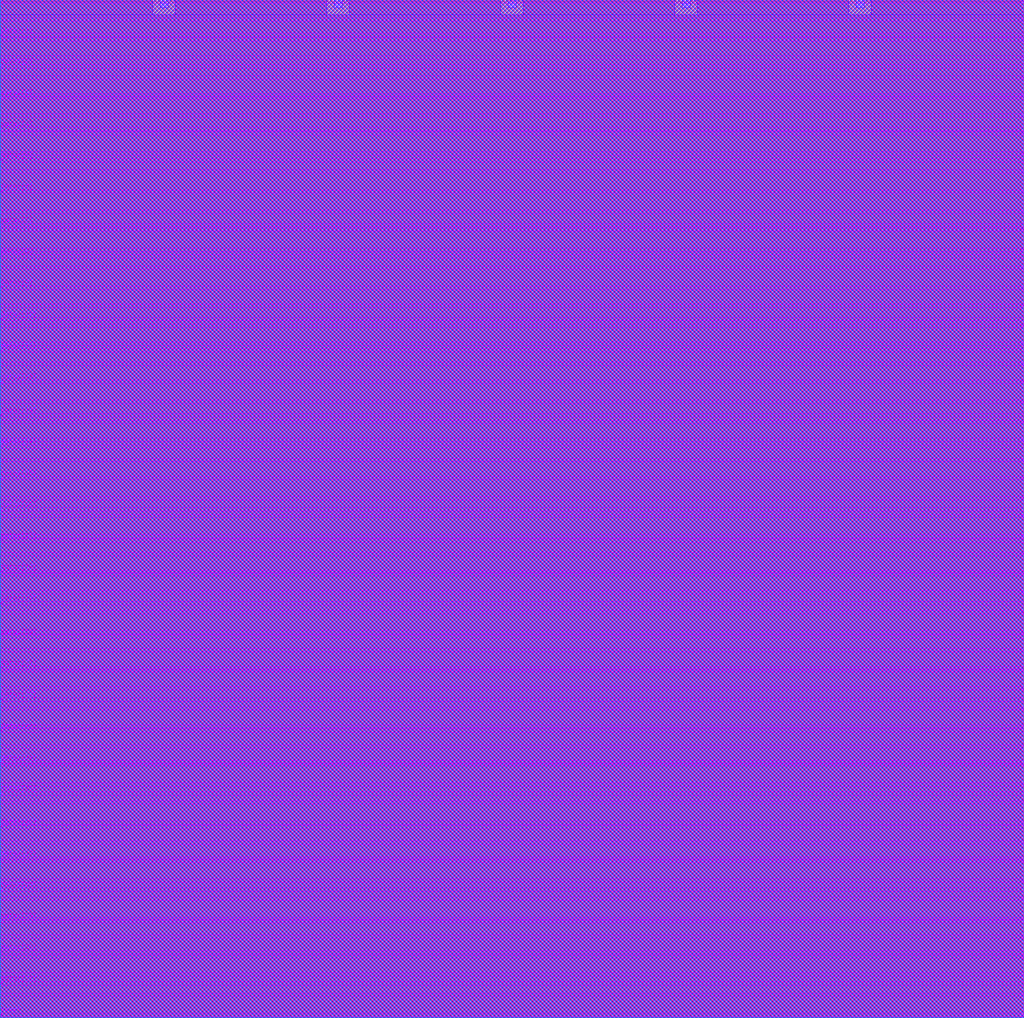
<source format=lef>
###############################################################
#  Generated by:      Cadence Innovus 21.13-s100_1
#  OS:                Linux x86_64(Host ID acf3030)
#  Generated on:      Thu Oct 27 19:12:06 2022
#  Design:            b14
#  Command:           write_lef_abstract ./pnr_out/b14.pnr.lef
###############################################################

VERSION 5.8 ;

BUSBITCHARS "[]" ;
DIVIDERCHAR "/" ;

MACRO b14
  CLASS BLOCK ;
  SIZE 128.060000 BY 127.400000 ;
  FOREIGN b14 0.000000 0.000000 ;
  ORIGIN 0 0 ;
  SYMMETRY X Y R90 ;
  PIN clock
    DIRECTION INPUT ;
    USE CLOCK ;
    PORT
      LAYER metal5 ;
        RECT 63.865000 127.260000 64.005000 127.400000 ;
    END
  END clock
  PIN reset
    DIRECTION INPUT ;
    USE SIGNAL ;
    PORT
      LAYER metal6 ;
        RECT 0.000000 0.280000 0.140000 0.420000 ;
    END
  END reset
  PIN addr[19]
    DIRECTION OUTPUT ;
    USE SIGNAL ;
    PORT
      LAYER metal6 ;
        RECT 127.920000 127.120000 128.060000 127.260000 ;
    END
  END addr[19]
  PIN addr[18]
    DIRECTION OUTPUT ;
    USE SIGNAL ;
    PORT
      LAYER metal6 ;
        RECT 127.920000 124.880000 128.060000 125.020000 ;
    END
  END addr[18]
  PIN addr[17]
    DIRECTION OUTPUT ;
    USE SIGNAL ;
    PORT
      LAYER metal6 ;
        RECT 127.920000 122.360000 128.060000 122.500000 ;
    END
  END addr[17]
  PIN addr[16]
    DIRECTION OUTPUT ;
    USE SIGNAL ;
    PORT
      LAYER metal6 ;
        RECT 127.920000 120.120000 128.060000 120.260000 ;
    END
  END addr[16]
  PIN addr[15]
    DIRECTION OUTPUT ;
    USE SIGNAL ;
    PORT
      LAYER metal6 ;
        RECT 127.920000 117.600000 128.060000 117.740000 ;
    END
  END addr[15]
  PIN addr[14]
    DIRECTION OUTPUT ;
    USE SIGNAL ;
    PORT
      LAYER metal6 ;
        RECT 127.920000 115.360000 128.060000 115.500000 ;
    END
  END addr[14]
  PIN addr[13]
    DIRECTION OUTPUT ;
    USE SIGNAL ;
    PORT
      LAYER metal6 ;
        RECT 127.920000 112.840000 128.060000 112.980000 ;
    END
  END addr[13]
  PIN addr[12]
    DIRECTION OUTPUT ;
    USE SIGNAL ;
    PORT
      LAYER metal6 ;
        RECT 127.920000 110.600000 128.060000 110.740000 ;
    END
  END addr[12]
  PIN addr[11]
    DIRECTION OUTPUT ;
    USE SIGNAL ;
    PORT
      LAYER metal6 ;
        RECT 127.920000 108.080000 128.060000 108.220000 ;
    END
  END addr[11]
  PIN addr[10]
    DIRECTION OUTPUT ;
    USE SIGNAL ;
    PORT
      LAYER metal6 ;
        RECT 127.920000 105.840000 128.060000 105.980000 ;
    END
  END addr[10]
  PIN addr[9]
    DIRECTION OUTPUT ;
    USE SIGNAL ;
    PORT
      LAYER metal6 ;
        RECT 127.920000 103.320000 128.060000 103.460000 ;
    END
  END addr[9]
  PIN addr[8]
    DIRECTION OUTPUT ;
    USE SIGNAL ;
    PORT
      LAYER metal6 ;
        RECT 127.920000 100.800000 128.060000 100.940000 ;
    END
  END addr[8]
  PIN addr[7]
    DIRECTION OUTPUT ;
    USE SIGNAL ;
    PORT
      LAYER metal6 ;
        RECT 127.920000 98.560000 128.060000 98.700000 ;
    END
  END addr[7]
  PIN addr[6]
    DIRECTION OUTPUT ;
    USE SIGNAL ;
    PORT
      LAYER metal6 ;
        RECT 127.920000 96.040000 128.060000 96.180000 ;
    END
  END addr[6]
  PIN addr[5]
    DIRECTION OUTPUT ;
    USE SIGNAL ;
    PORT
      LAYER metal6 ;
        RECT 127.920000 93.800000 128.060000 93.940000 ;
    END
  END addr[5]
  PIN addr[4]
    DIRECTION OUTPUT ;
    USE SIGNAL ;
    PORT
      LAYER metal6 ;
        RECT 127.920000 91.280000 128.060000 91.420000 ;
    END
  END addr[4]
  PIN addr[3]
    DIRECTION OUTPUT ;
    USE SIGNAL ;
    PORT
      LAYER metal6 ;
        RECT 127.920000 89.040000 128.060000 89.180000 ;
    END
  END addr[3]
  PIN addr[2]
    DIRECTION OUTPUT ;
    USE SIGNAL ;
    PORT
      LAYER metal6 ;
        RECT 127.920000 86.520000 128.060000 86.660000 ;
    END
  END addr[2]
  PIN addr[1]
    DIRECTION OUTPUT ;
    USE SIGNAL ;
    PORT
      LAYER metal6 ;
        RECT 127.920000 84.280000 128.060000 84.420000 ;
    END
  END addr[1]
  PIN addr[0]
    DIRECTION OUTPUT ;
    USE SIGNAL ;
    PORT
      LAYER metal6 ;
        RECT 127.920000 81.760000 128.060000 81.900000 ;
    END
  END addr[0]
  PIN datai[31]
    DIRECTION INPUT ;
    USE SIGNAL ;
    PORT
      LAYER metal6 ;
        RECT 0.000000 4.200000 0.140000 4.340000 ;
    END
  END datai[31]
  PIN datai[30]
    DIRECTION INPUT ;
    USE SIGNAL ;
    PORT
      LAYER metal6 ;
        RECT 0.000000 8.120000 0.140000 8.260000 ;
    END
  END datai[30]
  PIN datai[29]
    DIRECTION INPUT ;
    USE SIGNAL ;
    PORT
      LAYER metal6 ;
        RECT 0.000000 12.040000 0.140000 12.180000 ;
    END
  END datai[29]
  PIN datai[28]
    DIRECTION INPUT ;
    USE SIGNAL ;
    PORT
      LAYER metal6 ;
        RECT 0.000000 15.960000 0.140000 16.100000 ;
    END
  END datai[28]
  PIN datai[27]
    DIRECTION INPUT ;
    USE SIGNAL ;
    PORT
      LAYER metal6 ;
        RECT 0.000000 19.880000 0.140000 20.020000 ;
    END
  END datai[27]
  PIN datai[26]
    DIRECTION INPUT ;
    USE SIGNAL ;
    PORT
      LAYER metal6 ;
        RECT 0.000000 23.800000 0.140000 23.940000 ;
    END
  END datai[26]
  PIN datai[25]
    DIRECTION INPUT ;
    USE SIGNAL ;
    PORT
      LAYER metal6 ;
        RECT 0.000000 28.000000 0.140000 28.140000 ;
    END
  END datai[25]
  PIN datai[24]
    DIRECTION INPUT ;
    USE SIGNAL ;
    PORT
      LAYER metal6 ;
        RECT 0.000000 31.920000 0.140000 32.060000 ;
    END
  END datai[24]
  PIN datai[23]
    DIRECTION INPUT ;
    USE SIGNAL ;
    PORT
      LAYER metal6 ;
        RECT 0.000000 35.840000 0.140000 35.980000 ;
    END
  END datai[23]
  PIN datai[22]
    DIRECTION INPUT ;
    USE SIGNAL ;
    PORT
      LAYER metal6 ;
        RECT 0.000000 39.760000 0.140000 39.900000 ;
    END
  END datai[22]
  PIN datai[21]
    DIRECTION INPUT ;
    USE SIGNAL ;
    PORT
      LAYER metal6 ;
        RECT 0.000000 43.680000 0.140000 43.820000 ;
    END
  END datai[21]
  PIN datai[20]
    DIRECTION INPUT ;
    USE SIGNAL ;
    PORT
      LAYER metal6 ;
        RECT 0.000000 47.600000 0.140000 47.740000 ;
    END
  END datai[20]
  PIN datai[19]
    DIRECTION INPUT ;
    USE SIGNAL ;
    PORT
      LAYER metal6 ;
        RECT 0.000000 51.800000 0.140000 51.940000 ;
    END
  END datai[19]
  PIN datai[18]
    DIRECTION INPUT ;
    USE SIGNAL ;
    PORT
      LAYER metal6 ;
        RECT 0.000000 55.720000 0.140000 55.860000 ;
    END
  END datai[18]
  PIN datai[17]
    DIRECTION INPUT ;
    USE SIGNAL ;
    PORT
      LAYER metal6 ;
        RECT 0.000000 59.640000 0.140000 59.780000 ;
    END
  END datai[17]
  PIN datai[16]
    DIRECTION INPUT ;
    USE SIGNAL ;
    PORT
      LAYER metal6 ;
        RECT 0.000000 63.560000 0.140000 63.700000 ;
    END
  END datai[16]
  PIN datai[15]
    DIRECTION INPUT ;
    USE SIGNAL ;
    PORT
      LAYER metal6 ;
        RECT 0.000000 67.480000 0.140000 67.620000 ;
    END
  END datai[15]
  PIN datai[14]
    DIRECTION INPUT ;
    USE SIGNAL ;
    PORT
      LAYER metal6 ;
        RECT 0.000000 71.400000 0.140000 71.540000 ;
    END
  END datai[14]
  PIN datai[13]
    DIRECTION INPUT ;
    USE SIGNAL ;
    PORT
      LAYER metal6 ;
        RECT 0.000000 75.320000 0.140000 75.460000 ;
    END
  END datai[13]
  PIN datai[12]
    DIRECTION INPUT ;
    USE SIGNAL ;
    PORT
      LAYER metal6 ;
        RECT 0.000000 79.520000 0.140000 79.660000 ;
    END
  END datai[12]
  PIN datai[11]
    DIRECTION INPUT ;
    USE SIGNAL ;
    PORT
      LAYER metal6 ;
        RECT 0.000000 83.440000 0.140000 83.580000 ;
    END
  END datai[11]
  PIN datai[10]
    DIRECTION INPUT ;
    USE SIGNAL ;
    PORT
      LAYER metal6 ;
        RECT 0.000000 87.360000 0.140000 87.500000 ;
    END
  END datai[10]
  PIN datai[9]
    DIRECTION INPUT ;
    USE SIGNAL ;
    PORT
      LAYER metal6 ;
        RECT 0.000000 91.280000 0.140000 91.420000 ;
    END
  END datai[9]
  PIN datai[8]
    DIRECTION INPUT ;
    USE SIGNAL ;
    PORT
      LAYER metal6 ;
        RECT 0.000000 95.200000 0.140000 95.340000 ;
    END
  END datai[8]
  PIN datai[7]
    DIRECTION INPUT ;
    USE SIGNAL ;
    PORT
      LAYER metal6 ;
        RECT 0.000000 99.120000 0.140000 99.260000 ;
    END
  END datai[7]
  PIN datai[6]
    DIRECTION INPUT ;
    USE SIGNAL ;
    PORT
      LAYER metal6 ;
        RECT 0.000000 103.320000 0.140000 103.460000 ;
    END
  END datai[6]
  PIN datai[5]
    DIRECTION INPUT ;
    USE SIGNAL ;
    PORT
      LAYER metal6 ;
        RECT 0.000000 107.240000 0.140000 107.380000 ;
    END
  END datai[5]
  PIN datai[4]
    DIRECTION INPUT ;
    USE SIGNAL ;
    PORT
      LAYER metal6 ;
        RECT 0.000000 111.160000 0.140000 111.300000 ;
    END
  END datai[4]
  PIN datai[3]
    DIRECTION INPUT ;
    USE SIGNAL ;
    PORT
      LAYER metal6 ;
        RECT 0.000000 115.080000 0.140000 115.220000 ;
    END
  END datai[3]
  PIN datai[2]
    DIRECTION INPUT ;
    USE SIGNAL ;
    PORT
      LAYER metal6 ;
        RECT 0.000000 119.000000 0.140000 119.140000 ;
    END
  END datai[2]
  PIN datai[1]
    DIRECTION INPUT ;
    USE SIGNAL ;
    PORT
      LAYER metal6 ;
        RECT 0.000000 122.920000 0.140000 123.060000 ;
    END
  END datai[1]
  PIN datai[0]
    DIRECTION INPUT ;
    USE SIGNAL ;
    PORT
      LAYER metal6 ;
        RECT 0.000000 127.120000 0.140000 127.260000 ;
    END
  END datai[0]
  PIN datao[31]
    DIRECTION OUTPUT ;
    USE SIGNAL ;
    PORT
      LAYER metal6 ;
        RECT 127.920000 79.520000 128.060000 79.660000 ;
    END
  END datao[31]
  PIN datao[30]
    DIRECTION OUTPUT ;
    USE SIGNAL ;
    PORT
      LAYER metal6 ;
        RECT 127.920000 77.000000 128.060000 77.140000 ;
    END
  END datao[30]
  PIN datao[29]
    DIRECTION OUTPUT ;
    USE SIGNAL ;
    PORT
      LAYER metal6 ;
        RECT 127.920000 74.480000 128.060000 74.620000 ;
    END
  END datao[29]
  PIN datao[28]
    DIRECTION OUTPUT ;
    USE SIGNAL ;
    PORT
      LAYER metal6 ;
        RECT 127.920000 72.240000 128.060000 72.380000 ;
    END
  END datao[28]
  PIN datao[27]
    DIRECTION OUTPUT ;
    USE SIGNAL ;
    PORT
      LAYER metal6 ;
        RECT 127.920000 69.720000 128.060000 69.860000 ;
    END
  END datao[27]
  PIN datao[26]
    DIRECTION OUTPUT ;
    USE SIGNAL ;
    PORT
      LAYER metal6 ;
        RECT 127.920000 67.480000 128.060000 67.620000 ;
    END
  END datao[26]
  PIN datao[25]
    DIRECTION OUTPUT ;
    USE SIGNAL ;
    PORT
      LAYER metal6 ;
        RECT 127.920000 64.960000 128.060000 65.100000 ;
    END
  END datao[25]
  PIN datao[24]
    DIRECTION OUTPUT ;
    USE SIGNAL ;
    PORT
      LAYER metal6 ;
        RECT 127.920000 62.720000 128.060000 62.860000 ;
    END
  END datao[24]
  PIN datao[23]
    DIRECTION OUTPUT ;
    USE SIGNAL ;
    PORT
      LAYER metal6 ;
        RECT 127.920000 60.200000 128.060000 60.340000 ;
    END
  END datao[23]
  PIN datao[22]
    DIRECTION OUTPUT ;
    USE SIGNAL ;
    PORT
      LAYER metal6 ;
        RECT 127.920000 57.960000 128.060000 58.100000 ;
    END
  END datao[22]
  PIN datao[21]
    DIRECTION OUTPUT ;
    USE SIGNAL ;
    PORT
      LAYER metal6 ;
        RECT 127.920000 55.440000 128.060000 55.580000 ;
    END
  END datao[21]
  PIN datao[20]
    DIRECTION OUTPUT ;
    USE SIGNAL ;
    PORT
      LAYER metal6 ;
        RECT 127.920000 53.200000 128.060000 53.340000 ;
    END
  END datao[20]
  PIN datao[19]
    DIRECTION OUTPUT ;
    USE SIGNAL ;
    PORT
      LAYER metal6 ;
        RECT 127.920000 50.680000 128.060000 50.820000 ;
    END
  END datao[19]
  PIN datao[18]
    DIRECTION OUTPUT ;
    USE SIGNAL ;
    PORT
      LAYER metal6 ;
        RECT 127.920000 48.160000 128.060000 48.300000 ;
    END
  END datao[18]
  PIN datao[17]
    DIRECTION OUTPUT ;
    USE SIGNAL ;
    PORT
      LAYER metal6 ;
        RECT 127.920000 45.920000 128.060000 46.060000 ;
    END
  END datao[17]
  PIN datao[16]
    DIRECTION OUTPUT ;
    USE SIGNAL ;
    PORT
      LAYER metal6 ;
        RECT 127.920000 43.400000 128.060000 43.540000 ;
    END
  END datao[16]
  PIN datao[15]
    DIRECTION OUTPUT ;
    USE SIGNAL ;
    PORT
      LAYER metal6 ;
        RECT 127.920000 41.160000 128.060000 41.300000 ;
    END
  END datao[15]
  PIN datao[14]
    DIRECTION OUTPUT ;
    USE SIGNAL ;
    PORT
      LAYER metal6 ;
        RECT 127.920000 38.640000 128.060000 38.780000 ;
    END
  END datao[14]
  PIN datao[13]
    DIRECTION OUTPUT ;
    USE SIGNAL ;
    PORT
      LAYER metal6 ;
        RECT 127.920000 36.400000 128.060000 36.540000 ;
    END
  END datao[13]
  PIN datao[12]
    DIRECTION OUTPUT ;
    USE SIGNAL ;
    PORT
      LAYER metal6 ;
        RECT 127.920000 33.880000 128.060000 34.020000 ;
    END
  END datao[12]
  PIN datao[11]
    DIRECTION OUTPUT ;
    USE SIGNAL ;
    PORT
      LAYER metal6 ;
        RECT 127.920000 31.640000 128.060000 31.780000 ;
    END
  END datao[11]
  PIN datao[10]
    DIRECTION OUTPUT ;
    USE SIGNAL ;
    PORT
      LAYER metal6 ;
        RECT 127.920000 29.120000 128.060000 29.260000 ;
    END
  END datao[10]
  PIN datao[9]
    DIRECTION OUTPUT ;
    USE SIGNAL ;
    PORT
      LAYER metal6 ;
        RECT 127.920000 26.880000 128.060000 27.020000 ;
    END
  END datao[9]
  PIN datao[8]
    DIRECTION OUTPUT ;
    USE SIGNAL ;
    PORT
      LAYER metal6 ;
        RECT 127.920000 24.360000 128.060000 24.500000 ;
    END
  END datao[8]
  PIN datao[7]
    DIRECTION OUTPUT ;
    USE SIGNAL ;
    PORT
      LAYER metal6 ;
        RECT 127.920000 21.840000 128.060000 21.980000 ;
    END
  END datao[7]
  PIN datao[6]
    DIRECTION OUTPUT ;
    USE SIGNAL ;
    PORT
      LAYER metal6 ;
        RECT 127.920000 19.600000 128.060000 19.740000 ;
    END
  END datao[6]
  PIN datao[5]
    DIRECTION OUTPUT ;
    USE SIGNAL ;
    PORT
      LAYER metal6 ;
        RECT 127.920000 17.080000 128.060000 17.220000 ;
    END
  END datao[5]
  PIN datao[4]
    DIRECTION OUTPUT ;
    USE SIGNAL ;
    PORT
      LAYER metal6 ;
        RECT 127.920000 14.840000 128.060000 14.980000 ;
    END
  END datao[4]
  PIN datao[3]
    DIRECTION OUTPUT ;
    USE SIGNAL ;
    PORT
      LAYER metal6 ;
        RECT 127.920000 12.320000 128.060000 12.460000 ;
    END
  END datao[3]
  PIN datao[2]
    DIRECTION OUTPUT ;
    USE SIGNAL ;
    PORT
      LAYER metal6 ;
        RECT 127.920000 10.080000 128.060000 10.220000 ;
    END
  END datao[2]
  PIN datao[1]
    DIRECTION OUTPUT ;
    USE SIGNAL ;
    PORT
      LAYER metal6 ;
        RECT 127.920000 7.560000 128.060000 7.700000 ;
    END
  END datao[1]
  PIN datao[0]
    DIRECTION OUTPUT ;
    USE SIGNAL ;
    PORT
      LAYER metal6 ;
        RECT 127.920000 5.320000 128.060000 5.460000 ;
    END
  END datao[0]
  PIN rd
    DIRECTION OUTPUT ;
    USE SIGNAL ;
    PORT
      LAYER metal6 ;
        RECT 127.920000 2.800000 128.060000 2.940000 ;
    END
  END rd
  PIN wr
    DIRECTION OUTPUT ;
    USE SIGNAL ;
    PORT
      LAYER metal6 ;
        RECT 127.920000 0.280000 128.060000 0.420000 ;
    END
  END wr
  PIN VDD
    DIRECTION INOUT ;
    USE POWER ;
    PORT
      LAYER metal7 ;
        RECT 20.000000 126.400000 21.000000 127.400000 ;
    END
    PORT
      LAYER metal7 ;
        RECT 41.765000 126.400000 42.765000 127.400000 ;
    END
    PORT
      LAYER metal7 ;
        RECT 63.530000 126.400000 64.530000 127.400000 ;
    END
    PORT
      LAYER metal7 ;
        RECT 85.295000 126.400000 86.295000 127.400000 ;
    END
    PORT
      LAYER metal7 ;
        RECT 107.060000 126.400000 108.060000 127.400000 ;
    END
  END VDD
  OBS
    LAYER metal1 ;
      RECT 0.000000 0.000000 128.060000 127.400000 ;
    LAYER metal2 ;
      RECT 0.000000 0.000000 128.060000 127.400000 ;
    LAYER metal3 ;
      RECT 0.000000 0.000000 128.060000 127.400000 ;
    LAYER metal4 ;
      RECT 0.000000 0.000000 128.060000 127.400000 ;
    LAYER metal5 ;
      RECT 64.145000 127.120000 128.060000 127.400000 ;
      RECT 0.000000 127.120000 63.725000 127.400000 ;
      RECT 0.000000 0.000000 128.060000 127.120000 ;
    LAYER metal6 ;
      RECT 0.280000 126.980000 127.780000 127.400000 ;
      RECT 0.000000 125.160000 128.060000 126.980000 ;
      RECT 0.000000 124.740000 127.780000 125.160000 ;
      RECT 0.000000 123.200000 128.060000 124.740000 ;
      RECT 0.280000 122.780000 128.060000 123.200000 ;
      RECT 0.000000 122.640000 128.060000 122.780000 ;
      RECT 0.000000 122.220000 127.780000 122.640000 ;
      RECT 0.000000 120.400000 128.060000 122.220000 ;
      RECT 0.000000 119.980000 127.780000 120.400000 ;
      RECT 0.000000 119.280000 128.060000 119.980000 ;
      RECT 0.280000 118.860000 128.060000 119.280000 ;
      RECT 0.000000 117.880000 128.060000 118.860000 ;
      RECT 0.000000 117.460000 127.780000 117.880000 ;
      RECT 0.000000 115.640000 128.060000 117.460000 ;
      RECT 0.000000 115.360000 127.780000 115.640000 ;
      RECT 0.280000 115.220000 127.780000 115.360000 ;
      RECT 0.280000 114.940000 128.060000 115.220000 ;
      RECT 0.000000 113.120000 128.060000 114.940000 ;
      RECT 0.000000 112.700000 127.780000 113.120000 ;
      RECT 0.000000 111.440000 128.060000 112.700000 ;
      RECT 0.280000 111.020000 128.060000 111.440000 ;
      RECT 0.000000 110.880000 128.060000 111.020000 ;
      RECT 0.000000 110.460000 127.780000 110.880000 ;
      RECT 0.000000 108.360000 128.060000 110.460000 ;
      RECT 0.000000 107.940000 127.780000 108.360000 ;
      RECT 0.000000 107.520000 128.060000 107.940000 ;
      RECT 0.280000 107.100000 128.060000 107.520000 ;
      RECT 0.000000 106.120000 128.060000 107.100000 ;
      RECT 0.000000 105.700000 127.780000 106.120000 ;
      RECT 0.000000 103.600000 128.060000 105.700000 ;
      RECT 0.280000 103.180000 127.780000 103.600000 ;
      RECT 0.000000 101.080000 128.060000 103.180000 ;
      RECT 0.000000 100.660000 127.780000 101.080000 ;
      RECT 0.000000 99.400000 128.060000 100.660000 ;
      RECT 0.280000 98.980000 128.060000 99.400000 ;
      RECT 0.000000 98.840000 128.060000 98.980000 ;
      RECT 0.000000 98.420000 127.780000 98.840000 ;
      RECT 0.000000 96.320000 128.060000 98.420000 ;
      RECT 0.000000 95.900000 127.780000 96.320000 ;
      RECT 0.000000 95.480000 128.060000 95.900000 ;
      RECT 0.280000 95.060000 128.060000 95.480000 ;
      RECT 0.000000 94.080000 128.060000 95.060000 ;
      RECT 0.000000 93.660000 127.780000 94.080000 ;
      RECT 0.000000 91.560000 128.060000 93.660000 ;
      RECT 0.280000 91.140000 127.780000 91.560000 ;
      RECT 0.000000 89.320000 128.060000 91.140000 ;
      RECT 0.000000 88.900000 127.780000 89.320000 ;
      RECT 0.000000 87.640000 128.060000 88.900000 ;
      RECT 0.280000 87.220000 128.060000 87.640000 ;
      RECT 0.000000 86.800000 128.060000 87.220000 ;
      RECT 0.000000 86.380000 127.780000 86.800000 ;
      RECT 0.000000 84.560000 128.060000 86.380000 ;
      RECT 0.000000 84.140000 127.780000 84.560000 ;
      RECT 0.000000 83.720000 128.060000 84.140000 ;
      RECT 0.280000 83.300000 128.060000 83.720000 ;
      RECT 0.000000 82.040000 128.060000 83.300000 ;
      RECT 0.000000 81.620000 127.780000 82.040000 ;
      RECT 0.000000 79.800000 128.060000 81.620000 ;
      RECT 0.280000 79.380000 127.780000 79.800000 ;
      RECT 0.000000 77.280000 128.060000 79.380000 ;
      RECT 0.000000 76.860000 127.780000 77.280000 ;
      RECT 0.000000 75.600000 128.060000 76.860000 ;
      RECT 0.280000 75.180000 128.060000 75.600000 ;
      RECT 0.000000 74.760000 128.060000 75.180000 ;
      RECT 0.000000 74.340000 127.780000 74.760000 ;
      RECT 0.000000 72.520000 128.060000 74.340000 ;
      RECT 0.000000 72.100000 127.780000 72.520000 ;
      RECT 0.000000 71.680000 128.060000 72.100000 ;
      RECT 0.280000 71.260000 128.060000 71.680000 ;
      RECT 0.000000 70.000000 128.060000 71.260000 ;
      RECT 0.000000 69.580000 127.780000 70.000000 ;
      RECT 0.000000 67.760000 128.060000 69.580000 ;
      RECT 0.280000 67.340000 127.780000 67.760000 ;
      RECT 0.000000 65.240000 128.060000 67.340000 ;
      RECT 0.000000 64.820000 127.780000 65.240000 ;
      RECT 0.000000 63.840000 128.060000 64.820000 ;
      RECT 0.280000 63.420000 128.060000 63.840000 ;
      RECT 0.000000 63.000000 128.060000 63.420000 ;
      RECT 0.000000 62.580000 127.780000 63.000000 ;
      RECT 0.000000 60.480000 128.060000 62.580000 ;
      RECT 0.000000 60.060000 127.780000 60.480000 ;
      RECT 0.000000 59.920000 128.060000 60.060000 ;
      RECT 0.280000 59.500000 128.060000 59.920000 ;
      RECT 0.000000 58.240000 128.060000 59.500000 ;
      RECT 0.000000 57.820000 127.780000 58.240000 ;
      RECT 0.000000 56.000000 128.060000 57.820000 ;
      RECT 0.280000 55.720000 128.060000 56.000000 ;
      RECT 0.280000 55.580000 127.780000 55.720000 ;
      RECT 0.000000 55.300000 127.780000 55.580000 ;
      RECT 0.000000 53.480000 128.060000 55.300000 ;
      RECT 0.000000 53.060000 127.780000 53.480000 ;
      RECT 0.000000 52.080000 128.060000 53.060000 ;
      RECT 0.280000 51.660000 128.060000 52.080000 ;
      RECT 0.000000 50.960000 128.060000 51.660000 ;
      RECT 0.000000 50.540000 127.780000 50.960000 ;
      RECT 0.000000 48.440000 128.060000 50.540000 ;
      RECT 0.000000 48.020000 127.780000 48.440000 ;
      RECT 0.000000 47.880000 128.060000 48.020000 ;
      RECT 0.280000 47.460000 128.060000 47.880000 ;
      RECT 0.000000 46.200000 128.060000 47.460000 ;
      RECT 0.000000 45.780000 127.780000 46.200000 ;
      RECT 0.000000 43.960000 128.060000 45.780000 ;
      RECT 0.280000 43.680000 128.060000 43.960000 ;
      RECT 0.280000 43.540000 127.780000 43.680000 ;
      RECT 0.000000 43.260000 127.780000 43.540000 ;
      RECT 0.000000 41.440000 128.060000 43.260000 ;
      RECT 0.000000 41.020000 127.780000 41.440000 ;
      RECT 0.000000 40.040000 128.060000 41.020000 ;
      RECT 0.280000 39.620000 128.060000 40.040000 ;
      RECT 0.000000 38.920000 128.060000 39.620000 ;
      RECT 0.000000 38.500000 127.780000 38.920000 ;
      RECT 0.000000 36.680000 128.060000 38.500000 ;
      RECT 0.000000 36.260000 127.780000 36.680000 ;
      RECT 0.000000 36.120000 128.060000 36.260000 ;
      RECT 0.280000 35.700000 128.060000 36.120000 ;
      RECT 0.000000 34.160000 128.060000 35.700000 ;
      RECT 0.000000 33.740000 127.780000 34.160000 ;
      RECT 0.000000 32.200000 128.060000 33.740000 ;
      RECT 0.280000 31.920000 128.060000 32.200000 ;
      RECT 0.280000 31.780000 127.780000 31.920000 ;
      RECT 0.000000 31.500000 127.780000 31.780000 ;
      RECT 0.000000 29.400000 128.060000 31.500000 ;
      RECT 0.000000 28.980000 127.780000 29.400000 ;
      RECT 0.000000 28.280000 128.060000 28.980000 ;
      RECT 0.280000 27.860000 128.060000 28.280000 ;
      RECT 0.000000 27.160000 128.060000 27.860000 ;
      RECT 0.000000 26.740000 127.780000 27.160000 ;
      RECT 0.000000 24.640000 128.060000 26.740000 ;
      RECT 0.000000 24.220000 127.780000 24.640000 ;
      RECT 0.000000 24.080000 128.060000 24.220000 ;
      RECT 0.280000 23.660000 128.060000 24.080000 ;
      RECT 0.000000 22.120000 128.060000 23.660000 ;
      RECT 0.000000 21.700000 127.780000 22.120000 ;
      RECT 0.000000 20.160000 128.060000 21.700000 ;
      RECT 0.280000 19.880000 128.060000 20.160000 ;
      RECT 0.280000 19.740000 127.780000 19.880000 ;
      RECT 0.000000 19.460000 127.780000 19.740000 ;
      RECT 0.000000 17.360000 128.060000 19.460000 ;
      RECT 0.000000 16.940000 127.780000 17.360000 ;
      RECT 0.000000 16.240000 128.060000 16.940000 ;
      RECT 0.280000 15.820000 128.060000 16.240000 ;
      RECT 0.000000 15.120000 128.060000 15.820000 ;
      RECT 0.000000 14.700000 127.780000 15.120000 ;
      RECT 0.000000 12.600000 128.060000 14.700000 ;
      RECT 0.000000 12.320000 127.780000 12.600000 ;
      RECT 0.280000 12.180000 127.780000 12.320000 ;
      RECT 0.280000 11.900000 128.060000 12.180000 ;
      RECT 0.000000 10.360000 128.060000 11.900000 ;
      RECT 0.000000 9.940000 127.780000 10.360000 ;
      RECT 0.000000 8.400000 128.060000 9.940000 ;
      RECT 0.280000 7.980000 128.060000 8.400000 ;
      RECT 0.000000 7.840000 128.060000 7.980000 ;
      RECT 0.000000 7.420000 127.780000 7.840000 ;
      RECT 0.000000 5.600000 128.060000 7.420000 ;
      RECT 0.000000 5.180000 127.780000 5.600000 ;
      RECT 0.000000 4.480000 128.060000 5.180000 ;
      RECT 0.280000 4.060000 128.060000 4.480000 ;
      RECT 0.000000 3.080000 128.060000 4.060000 ;
      RECT 0.000000 2.660000 127.780000 3.080000 ;
      RECT 0.000000 0.560000 128.060000 2.660000 ;
      RECT 0.280000 0.140000 127.780000 0.560000 ;
      RECT 0.000000 0.000000 128.060000 0.140000 ;
    LAYER metal7 ;
      RECT 108.960000 125.500000 128.060000 127.400000 ;
      RECT 87.195000 125.500000 106.160000 127.400000 ;
      RECT 65.430000 125.500000 84.395000 127.400000 ;
      RECT 43.665000 125.500000 62.630000 127.400000 ;
      RECT 21.900000 125.500000 40.865000 127.400000 ;
      RECT 0.000000 125.500000 19.100000 127.400000 ;
      RECT 0.000000 0.000000 128.060000 125.500000 ;
    LAYER metal8 ;
      RECT 0.000000 0.000000 128.060000 127.400000 ;
    LAYER metal9 ;
      RECT 0.000000 0.000000 128.060000 127.400000 ;
    LAYER metal10 ;
      RECT 0.000000 0.000000 128.060000 127.400000 ;
  END
END b14

END LIBRARY

</source>
